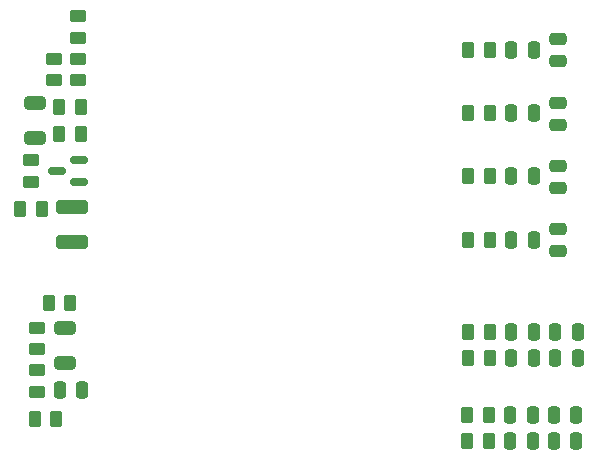
<source format=gbp>
G04 #@! TF.GenerationSoftware,KiCad,Pcbnew,(6.0.8)*
G04 #@! TF.CreationDate,2023-11-21T01:59:14+01:00*
G04 #@! TF.ProjectId,Modu_ wzmacniacza,4d6f6475-4220-4777-9a6d-61636e696163,rev?*
G04 #@! TF.SameCoordinates,Original*
G04 #@! TF.FileFunction,Paste,Bot*
G04 #@! TF.FilePolarity,Positive*
%FSLAX46Y46*%
G04 Gerber Fmt 4.6, Leading zero omitted, Abs format (unit mm)*
G04 Created by KiCad (PCBNEW (6.0.8)) date 2023-11-21 01:59:14*
%MOMM*%
%LPD*%
G01*
G04 APERTURE LIST*
G04 Aperture macros list*
%AMRoundRect*
0 Rectangle with rounded corners*
0 $1 Rounding radius*
0 $2 $3 $4 $5 $6 $7 $8 $9 X,Y pos of 4 corners*
0 Add a 4 corners polygon primitive as box body*
4,1,4,$2,$3,$4,$5,$6,$7,$8,$9,$2,$3,0*
0 Add four circle primitives for the rounded corners*
1,1,$1+$1,$2,$3*
1,1,$1+$1,$4,$5*
1,1,$1+$1,$6,$7*
1,1,$1+$1,$8,$9*
0 Add four rect primitives between the rounded corners*
20,1,$1+$1,$2,$3,$4,$5,0*
20,1,$1+$1,$4,$5,$6,$7,0*
20,1,$1+$1,$6,$7,$8,$9,0*
20,1,$1+$1,$8,$9,$2,$3,0*%
G04 Aperture macros list end*
%ADD10RoundRect,0.250000X0.262500X0.450000X-0.262500X0.450000X-0.262500X-0.450000X0.262500X-0.450000X0*%
%ADD11RoundRect,0.250000X0.250000X0.475000X-0.250000X0.475000X-0.250000X-0.475000X0.250000X-0.475000X0*%
%ADD12RoundRect,0.250000X-0.650000X0.325000X-0.650000X-0.325000X0.650000X-0.325000X0.650000X0.325000X0*%
%ADD13RoundRect,0.250000X-0.450000X0.262500X-0.450000X-0.262500X0.450000X-0.262500X0.450000X0.262500X0*%
%ADD14RoundRect,0.250000X-0.475000X0.250000X-0.475000X-0.250000X0.475000X-0.250000X0.475000X0.250000X0*%
%ADD15RoundRect,0.250000X-0.262500X-0.450000X0.262500X-0.450000X0.262500X0.450000X-0.262500X0.450000X0*%
%ADD16RoundRect,0.150000X0.587500X0.150000X-0.587500X0.150000X-0.587500X-0.150000X0.587500X-0.150000X0*%
%ADD17RoundRect,0.250000X0.475000X-0.250000X0.475000X0.250000X-0.475000X0.250000X-0.475000X-0.250000X0*%
%ADD18RoundRect,0.250000X-1.100000X0.325000X-1.100000X-0.325000X1.100000X-0.325000X1.100000X0.325000X0*%
%ADD19RoundRect,0.250000X0.450000X-0.262500X0.450000X0.262500X-0.450000X0.262500X-0.450000X-0.262500X0*%
G04 APERTURE END LIST*
D10*
X149812500Y-52650000D03*
X147987500Y-52650000D03*
X149725000Y-83600000D03*
X147900000Y-83600000D03*
D11*
X153462500Y-83600000D03*
X151562500Y-83600000D03*
D10*
X149812500Y-68750000D03*
X147987500Y-68750000D03*
D12*
X113887500Y-76225000D03*
X113887500Y-79175000D03*
D13*
X112887500Y-53412500D03*
X112887500Y-55237500D03*
D11*
X153550000Y-52650000D03*
X151650000Y-52650000D03*
D14*
X155600000Y-62450000D03*
X155600000Y-64350000D03*
D11*
X153462500Y-85800000D03*
X151562500Y-85800000D03*
D10*
X113112500Y-83900000D03*
X111287500Y-83900000D03*
D11*
X153562500Y-78700000D03*
X151662500Y-78700000D03*
D10*
X149825000Y-78700000D03*
X148000000Y-78700000D03*
D11*
X157162500Y-83600000D03*
X155262500Y-83600000D03*
X157262500Y-76500000D03*
X155362500Y-76500000D03*
X153550000Y-68750000D03*
X151650000Y-68750000D03*
D15*
X112475000Y-74100000D03*
X114300000Y-74100000D03*
D10*
X149812500Y-58000000D03*
X147987500Y-58000000D03*
D13*
X111487500Y-76187500D03*
X111487500Y-78012500D03*
D10*
X115212500Y-57470000D03*
X113387500Y-57470000D03*
D16*
X115025000Y-63875000D03*
X113150000Y-62925000D03*
X115025000Y-61975000D03*
D10*
X149725000Y-85800000D03*
X147900000Y-85800000D03*
D12*
X111287500Y-57150000D03*
X111287500Y-60100000D03*
D17*
X155600000Y-69700000D03*
X155600000Y-67800000D03*
D15*
X113375000Y-59740000D03*
X115200000Y-59740000D03*
D13*
X114987500Y-49812500D03*
X114987500Y-51637500D03*
D11*
X153550000Y-63350000D03*
X151650000Y-63350000D03*
X157262500Y-78700000D03*
X155362500Y-78700000D03*
X153562500Y-76500000D03*
X151662500Y-76500000D03*
X157162500Y-85800000D03*
X155262500Y-85800000D03*
D10*
X149812500Y-63350000D03*
X147987500Y-63350000D03*
D14*
X155600000Y-51700000D03*
X155600000Y-53600000D03*
D13*
X110987500Y-62012500D03*
X110987500Y-63837500D03*
D17*
X155600000Y-59050000D03*
X155600000Y-57150000D03*
D11*
X115340000Y-81410000D03*
X113440000Y-81410000D03*
D18*
X114487500Y-65950000D03*
X114487500Y-68900000D03*
D11*
X153550000Y-58000000D03*
X151650000Y-58000000D03*
D19*
X114987500Y-55225000D03*
X114987500Y-53400000D03*
D10*
X149825000Y-76500000D03*
X148000000Y-76500000D03*
D13*
X111487500Y-79787500D03*
X111487500Y-81612500D03*
D15*
X110075000Y-66125000D03*
X111900000Y-66125000D03*
M02*

</source>
